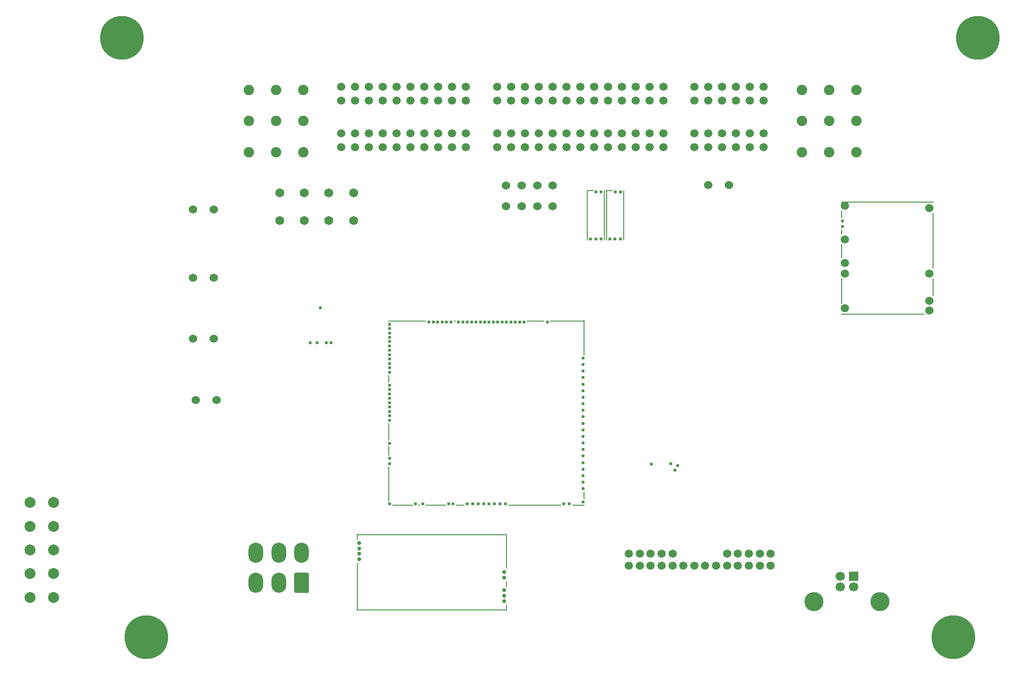
<source format=gbl>
G04 #@! TF.GenerationSoftware,KiCad,Pcbnew,8.0.9-8.0.9-0~ubuntu24.04.1*
G04 #@! TF.CreationDate,2025-02-20T16:15:39+00:00*
G04 #@! TF.ProjectId,hellenbms46,68656c6c-656e-4626-9d73-34362e6b6963,rev?*
G04 #@! TF.SameCoordinates,PX4c4b400PY96ae380*
G04 #@! TF.FileFunction,Copper,L4,Bot*
G04 #@! TF.FilePolarity,Positive*
%FSLAX46Y46*%
G04 Gerber Fmt 4.6, Leading zero omitted, Abs format (unit mm)*
G04 Created by KiCad (PCBNEW 8.0.9-8.0.9-0~ubuntu24.04.1) date 2025-02-20 16:15:39*
%MOMM*%
%LPD*%
G01*
G04 APERTURE LIST*
G04 #@! TA.AperFunction,ComponentPad*
%ADD10C,8.000000*%
G04 #@! TD*
G04 #@! TA.AperFunction,ComponentPad*
%ADD11C,1.650000*%
G04 #@! TD*
G04 #@! TA.AperFunction,ComponentPad*
%ADD12C,2.000000*%
G04 #@! TD*
G04 #@! TA.AperFunction,ComponentPad*
%ADD13C,1.524000*%
G04 #@! TD*
G04 #@! TA.AperFunction,ComponentPad*
%ADD14C,1.500000*%
G04 #@! TD*
G04 #@! TA.AperFunction,ComponentPad*
%ADD15C,0.700000*%
G04 #@! TD*
G04 #@! TA.AperFunction,SMDPad,CuDef*
%ADD16R,0.250000X1.100000*%
G04 #@! TD*
G04 #@! TA.AperFunction,SMDPad,CuDef*
%ADD17R,0.250000X0.980000*%
G04 #@! TD*
G04 #@! TA.AperFunction,SMDPad,CuDef*
%ADD18R,0.250000X6.300000*%
G04 #@! TD*
G04 #@! TA.AperFunction,SMDPad,CuDef*
%ADD19R,27.600000X0.250000*%
G04 #@! TD*
G04 #@! TA.AperFunction,SMDPad,CuDef*
%ADD20R,0.250000X8.750000*%
G04 #@! TD*
G04 #@! TA.AperFunction,SMDPad,CuDef*
%ADD21R,0.250000X0.950000*%
G04 #@! TD*
G04 #@! TA.AperFunction,ComponentPad*
%ADD22C,0.600000*%
G04 #@! TD*
G04 #@! TA.AperFunction,SMDPad,CuDef*
%ADD23O,1.225000X0.200000*%
G04 #@! TD*
G04 #@! TA.AperFunction,SMDPad,CuDef*
%ADD24O,0.200000X9.300000*%
G04 #@! TD*
G04 #@! TA.AperFunction,SMDPad,CuDef*
%ADD25O,0.200000X3.300000*%
G04 #@! TD*
G04 #@! TA.AperFunction,SMDPad,CuDef*
%ADD26O,0.200000X10.200000*%
G04 #@! TD*
G04 #@! TA.AperFunction,SMDPad,CuDef*
%ADD27O,0.200000X0.300000*%
G04 #@! TD*
G04 #@! TA.AperFunction,SMDPad,CuDef*
%ADD28O,17.000000X0.200000*%
G04 #@! TD*
G04 #@! TA.AperFunction,SMDPad,CuDef*
%ADD29O,15.400000X0.200000*%
G04 #@! TD*
G04 #@! TA.AperFunction,SMDPad,CuDef*
%ADD30O,0.200000X4.800000*%
G04 #@! TD*
G04 #@! TA.AperFunction,SMDPad,CuDef*
%ADD31O,0.200000X2.600000*%
G04 #@! TD*
G04 #@! TA.AperFunction,SMDPad,CuDef*
%ADD32O,0.200000X1.000000*%
G04 #@! TD*
G04 #@! TA.AperFunction,SMDPad,CuDef*
%ADD33O,0.200000X1.500000*%
G04 #@! TD*
G04 #@! TA.AperFunction,SMDPad,CuDef*
%ADD34R,3.700000X0.200000*%
G04 #@! TD*
G04 #@! TA.AperFunction,SMDPad,CuDef*
%ADD35R,0.400000X0.200000*%
G04 #@! TD*
G04 #@! TA.AperFunction,SMDPad,CuDef*
%ADD36R,1.600000X0.200000*%
G04 #@! TD*
G04 #@! TA.AperFunction,SMDPad,CuDef*
%ADD37R,9.700000X0.200000*%
G04 #@! TD*
G04 #@! TA.AperFunction,SMDPad,CuDef*
%ADD38R,2.300000X0.200000*%
G04 #@! TD*
G04 #@! TA.AperFunction,SMDPad,CuDef*
%ADD39R,0.200000X1.400000*%
G04 #@! TD*
G04 #@! TA.AperFunction,SMDPad,CuDef*
%ADD40R,0.200000X6.400000*%
G04 #@! TD*
G04 #@! TA.AperFunction,SMDPad,CuDef*
%ADD41R,0.200000X1.700000*%
G04 #@! TD*
G04 #@! TA.AperFunction,SMDPad,CuDef*
%ADD42R,0.200000X3.300000*%
G04 #@! TD*
G04 #@! TA.AperFunction,SMDPad,CuDef*
%ADD43R,7.000000X0.200000*%
G04 #@! TD*
G04 #@! TA.AperFunction,SMDPad,CuDef*
%ADD44R,3.300000X0.200000*%
G04 #@! TD*
G04 #@! TA.AperFunction,SMDPad,CuDef*
%ADD45R,6.300000X0.200000*%
G04 #@! TD*
G04 #@! TA.AperFunction,ComponentPad*
%ADD46R,1.700000X1.700000*%
G04 #@! TD*
G04 #@! TA.AperFunction,ComponentPad*
%ADD47C,1.700000*%
G04 #@! TD*
G04 #@! TA.AperFunction,ComponentPad*
%ADD48C,3.500000*%
G04 #@! TD*
G04 #@! TA.AperFunction,ComponentPad*
%ADD49O,2.700000X3.700000*%
G04 #@! TD*
G04 #@! TA.AperFunction,ComponentPad*
%ADD50C,0.599999*%
G04 #@! TD*
G04 #@! TA.AperFunction,ComponentPad*
%ADD51C,1.900000*%
G04 #@! TD*
G04 APERTURE END LIST*
D10*
G04 #@! TO.P,REF\u002A\u002A,1*
G04 #@! TO.N,N/C*
X3500000Y114000000D03*
G04 #@! TD*
D11*
G04 #@! TO.P,F2002,1,1*
G04 #@! TO.N,/conn/IGN_OUT1*
X32500000Y80460000D03*
G04 #@! TO.P,F2002,2,2*
G04 #@! TO.N,Net-(P2001E-Pin_506)*
X32500000Y85540000D03*
G04 #@! TD*
D12*
G04 #@! TO.P,TP3008,1,1*
G04 #@! TO.N,Net-(M3002-USBID_(PA10))*
X-9000000Y11300000D03*
G04 #@! TD*
D13*
G04 #@! TO.P,JP4001,1,1*
G04 #@! TO.N,/conn/IGN_OUT1*
X16595000Y82500000D03*
G04 #@! TO.P,JP4001,2,2*
G04 #@! TO.N,Net-(F4001-Pad1)*
X20405000Y82500000D03*
G04 #@! TD*
G04 #@! TO.P,JP4004,1,1*
G04 #@! TO.N,/conn/IGN_OUT4*
X17045001Y47483000D03*
G04 #@! TO.P,JP4004,2,2*
G04 #@! TO.N,Net-(F4004-Pad1)*
X20855001Y47483000D03*
G04 #@! TD*
D10*
G04 #@! TO.P,REF\u002A\u002A,1*
G04 #@! TO.N,N/C*
X8000000Y4000000D03*
G04 #@! TD*
D12*
G04 #@! TO.P,TP3001,1,1*
G04 #@! TO.N,Net-(M3002-V33_REF)*
X-13350000Y11300000D03*
G04 #@! TD*
D13*
G04 #@! TO.P,JP2002,1,1*
G04 #@! TO.N,/conn/OUTLS.MREL*
X114905000Y87000000D03*
G04 #@! TO.P,JP2002,2,2*
G04 #@! TO.N,/conn/ECU_MAINREL*
X111095000Y87000000D03*
G04 #@! TD*
D14*
G04 #@! TO.P,J2001,1,Pin_1*
G04 #@! TO.N,/rusefi/USB.DP*
X96500000Y19295200D03*
G04 #@! TO.P,J2001,2,Pin_2*
G04 #@! TO.N,/rusefi/USB.DM*
X98500000Y19295200D03*
G04 #@! TO.P,J2001,3,Pin_3*
G04 #@! TO.N,/rusefi/CAN1L*
X100500000Y19295200D03*
G04 #@! TO.P,J2001,4,Pin_4*
G04 #@! TO.N,/rusefi/CAN1H*
X102500000Y19295200D03*
G04 #@! TO.P,J2001,5,Pin_5*
G04 #@! TO.N,/rusefi/KnockAmps/KNOCK_HP1*
X104500000Y19295200D03*
G04 #@! TO.P,J2001,6,Pin_6*
G04 #@! TO.N,+12V_RAW*
X114500000Y19295200D03*
G04 #@! TO.P,J2001,7,Pin_7*
G04 #@! TO.N,GND*
X116500000Y19295200D03*
G04 #@! TO.P,J2001,8,Pin_8*
G04 #@! TO.N,unconnected-(J2001-Pin_8-Pad8)*
X118500000Y19295200D03*
G04 #@! TO.P,J2001,9,Pin_9*
G04 #@! TO.N,unconnected-(J2001-Pin_9-Pad9)*
X120500000Y19295200D03*
G04 #@! TO.P,J2001,10,Pin_10*
G04 #@! TO.N,unconnected-(J2001-Pin_10-Pad10)*
X122500000Y19295200D03*
G04 #@! TO.P,J2001,11,Pin_11*
G04 #@! TO.N,/rusefi/USB.VBUS*
X96500000Y17095200D03*
G04 #@! TO.P,J2001,12,Pin_12*
G04 #@! TO.N,GND*
X98500000Y17095200D03*
G04 #@! TO.P,J2001,13,Pin_13*
G04 #@! TO.N,/rusefi/CAN2L*
X100500000Y17095200D03*
G04 #@! TO.P,J2001,14,Pin_14*
G04 #@! TO.N,/rusefi/CAN2H*
X102500000Y17095200D03*
G04 #@! TO.P,J2001,15,Pin_15*
G04 #@! TO.N,/rusefi/KnockAmps/KNOCK_HP2*
X104500000Y17095200D03*
G04 #@! TO.P,J2001,16,Pin_16*
G04 #@! TO.N,GND*
X106500000Y17095200D03*
G04 #@! TO.P,J2001,17,Pin_17*
X108500000Y17095200D03*
G04 #@! TO.P,J2001,18,Pin_18*
G04 #@! TO.N,/rusefi/AIN.MAP*
X110500000Y17095200D03*
G04 #@! TO.P,J2001,19,Pin_19*
G04 #@! TO.N,+5VA*
X112500000Y17095200D03*
G04 #@! TO.P,J2001,20,Pin_20*
X114500000Y17095200D03*
G04 #@! TO.P,J2001,21,Pin_21*
G04 #@! TO.N,GND*
X116500000Y17095200D03*
G04 #@! TO.P,J2001,22,Pin_22*
G04 #@! TO.N,unconnected-(J2001-Pin_22-Pad22)*
X118500000Y17095200D03*
G04 #@! TO.P,J2001,23,Pin_23*
G04 #@! TO.N,unconnected-(J2001-Pin_23-Pad23)*
X120500000Y17095200D03*
G04 #@! TO.P,J2001,24,Pin_24*
G04 #@! TO.N,unconnected-(J2001-Pin_24-Pad24)*
X122500000Y17095200D03*
G04 #@! TD*
D15*
G04 #@! TO.P,M3003,E1,LSU_Un*
G04 #@! TO.N,/rusefi/LSU.Un*
X47075000Y21275000D03*
G04 #@! TO.P,M3003,E2,LSU_Vm*
G04 #@! TO.N,/rusefi/LSU.Vm*
X47075000Y18275000D03*
G04 #@! TO.P,M3003,E3,LSU_Ip*
G04 #@! TO.N,/rusefi/LSU.Ip*
X47075000Y19275000D03*
G04 #@! TO.P,M3003,E4,LSU_Rtrim*
G04 #@! TO.N,/rusefi/LSU.Rtrim*
X47075000Y20275000D03*
D16*
G04 #@! TO.P,M3003,G,GND*
G04 #@! TO.N,unconnected-(M3003-GND-PadG)*
X74050000Y9425000D03*
D17*
X74050000Y13765000D03*
D18*
X74050000Y19725000D03*
D19*
X60375000Y9000000D03*
X60375000Y22750000D03*
D20*
X46700000Y13250000D03*
D21*
X46700000Y22400000D03*
D15*
G04 #@! TO.P,M3003,W1,V5_IN*
G04 #@! TO.N,+5VA*
X73666200Y11625000D03*
G04 #@! TO.P,M3003,W2,CAN_VIO*
G04 #@! TO.N,unconnected-(M3003-CAN_VIO-PadW2)*
X73666200Y12625000D03*
G04 #@! TO.P,M3003,W3,CANL*
G04 #@! TO.N,/rusefi/CAN1L*
X73666200Y15921000D03*
G04 #@! TO.P,M3003,W4,CANH*
G04 #@! TO.N,/rusefi/CAN1H*
X73666200Y14905000D03*
G04 #@! TO.P,M3003,W9,VDDA*
G04 #@! TO.N,unconnected-(M3003-VDDA-PadW9)*
X73666200Y10625000D03*
G04 #@! TD*
D12*
G04 #@! TO.P,TP3003,1,1*
G04 #@! TO.N,Net-(M3002-IN_MAP2_(PC1))*
X-13350000Y24350000D03*
G04 #@! TD*
D13*
G04 #@! TO.P,JP4002,1,1*
G04 #@! TO.N,/conn/IGN_OUT2*
X16545001Y69979000D03*
G04 #@! TO.P,JP4002,2,2*
G04 #@! TO.N,Net-(F4002-Pad1)*
X20355001Y69979000D03*
G04 #@! TD*
D22*
G04 #@! TO.P,M6002,E1,V5A*
G04 #@! TO.N,+5VA*
X94931797Y77030400D03*
D23*
G04 #@! TO.P,M6002,E2,GND*
G04 #@! TO.N,GND*
X92956797Y85930400D03*
D24*
X95531797Y81380400D03*
X92431797Y81380400D03*
D22*
X93981797Y77030400D03*
G04 #@! TO.P,M6002,E3,OUT_KNOCK*
G04 #@! TO.N,/rusefi/KnockAmps/KNOCK_OUT2*
X93031799Y77030400D03*
G04 #@! TO.P,M6002,W1,IN_KNOCK*
G04 #@! TO.N,/conn/KNOCK2*
X94031797Y85730400D03*
G04 #@! TO.P,M6002,W2,VREF*
G04 #@! TO.N,/rusefi/KnockAmps/VREF*
X94931797Y85730400D03*
G04 #@! TD*
D11*
G04 #@! TO.P,F2003,1,1*
G04 #@! TO.N,/conn/IGN_OUT3*
X41500000Y80460000D03*
G04 #@! TO.P,F2003,2,2*
G04 #@! TO.N,Net-(P2001E-Pin_508)*
X41500000Y85540000D03*
G04 #@! TD*
D13*
G04 #@! TO.P,JP2008,1,1*
G04 #@! TO.N,/conn/INJ_OUT2*
X76850782Y83095000D03*
G04 #@! TO.P,JP2008,2,2*
G04 #@! TO.N,Net-(P2001C-Pin_350)*
X76850782Y86905000D03*
G04 #@! TD*
D12*
G04 #@! TO.P,TP3009,1,1*
G04 #@! TO.N,Net-(M3002-nReset)*
X-9000000Y20000000D03*
G04 #@! TD*
D14*
G04 #@! TO.P,M3001,E1,VBAT*
G04 #@! TO.N,Net-(D3001-K)*
X136153005Y64347001D03*
G04 #@! TO.P,M3001,E2,V12*
G04 #@! TO.N,unconnected-(M3001-V12-PadE2)*
X136153005Y70746998D03*
G04 #@! TO.P,M3001,E3,VIGN*
G04 #@! TO.N,Net-(M3001-VIGN)*
X136153005Y72647001D03*
G04 #@! TO.P,M3001,E4,V5*
G04 #@! TO.N,+5V*
X136153005Y76947001D03*
D22*
G04 #@! TO.P,M3001,E5,EN_5VP*
G04 #@! TO.N,/rusefi/PWR_EN*
X135703006Y79346998D03*
G04 #@! TO.P,M3001,E6,PG_5VP*
G04 #@! TO.N,Net-(JP3001-A)*
X135703006Y80346999D03*
D25*
G04 #@! TO.P,M3001,S1,GND*
G04 #@! TO.N,unconnected-(M3001-GND-PadS1)*
X152303001Y68197001D03*
D26*
X152303001Y76696999D03*
D27*
X152303001Y83797001D03*
D28*
X143903003Y83847001D03*
D29*
X143103002Y63247001D03*
D14*
X136153005Y83197001D03*
D27*
X135503004Y63297001D03*
D30*
X135503004Y67496999D03*
D31*
X135503004Y74847001D03*
D32*
X135503004Y78346998D03*
D33*
X135503004Y81646999D03*
D14*
G04 #@! TO.P,M3001,V1,V12_PERM*
G04 #@! TO.N,+12V_PERM*
X151653002Y63896999D03*
G04 #@! TO.P,M3001,V2,IN_VIGN*
G04 #@! TO.N,+12V_FROM_KEY*
X151653002Y65746998D03*
G04 #@! TO.P,M3001,V3,V12_RAW*
G04 #@! TO.N,+12V_RAW*
X151653002Y70697001D03*
G04 #@! TO.P,M3001,V4,5VP*
G04 #@! TO.N,+5VP*
X151653002Y82746999D03*
G04 #@! TD*
D22*
G04 #@! TO.P,M3002,E1,V5A_SWITCHABLE*
G04 #@! TO.N,+5VA*
X81575005Y61824995D03*
G04 #@! TO.P,M3002,E2,GNDA*
G04 #@! TO.N,GND*
X77275005Y61825005D03*
G04 #@! TO.P,M3002,E3,I2C_SCL_(PB10)*
G04 #@! TO.N,unconnected-(M3002-I2C_SCL_(PB10)-PadE3)*
X76475015Y61825005D03*
G04 #@! TO.P,M3002,E4,I2C_SDA_(PB11)*
G04 #@! TO.N,unconnected-(M3002-I2C_SDA_(PB11)-PadE4)*
X75675005Y61825005D03*
G04 #@! TO.P,M3002,E5,IN_VIGN_(PA5)*
G04 #@! TO.N,Net-(M3001-VIGN)*
X74875005Y61825005D03*
G04 #@! TO.P,M3002,E6,SPI2_CS_/_CAN2_RX_(PB12)*
G04 #@! TO.N,Net-(M3002-SPI2_CS_{slash}_CAN2_RX_(PB12))*
X74075005Y61825005D03*
G04 #@! TO.P,M3002,E7,SPI2_SCK_/_CAN2_TX_(PB13)*
G04 #@! TO.N,Net-(M3002-SPI2_SCK_{slash}_CAN2_TX_(PB13))*
X73275005Y61825005D03*
G04 #@! TO.P,M3002,E8,SPI2_MISO_(PB14)*
G04 #@! TO.N,unconnected-(M3002-SPI2_MISO_(PB14)-PadE8)*
X72475005Y61825005D03*
G04 #@! TO.P,M3002,E9,SPI2_MOSI_(PB15)*
G04 #@! TO.N,unconnected-(M3002-SPI2_MOSI_(PB15)-PadE9)*
X71675005Y61825005D03*
G04 #@! TO.P,M3002,E10,OUT_INJ8_(PD12)*
G04 #@! TO.N,/rusefi/OUT LS1/IN4*
X70875005Y61825005D03*
G04 #@! TO.P,M3002,E11,OUT_INJ7_(PD15)*
G04 #@! TO.N,/rusefi/OUT LS1/IN3*
X70075005Y61825005D03*
G04 #@! TO.P,M3002,E12,OUT_INJ6_(PA8)*
G04 #@! TO.N,/rusefi/OUT LS1/IN2*
X69275005Y61825005D03*
G04 #@! TO.P,M3002,E13,OUT_INJ5_(PD2)*
G04 #@! TO.N,/rusefi/OUT LS1/IN1*
X68475005Y61825005D03*
G04 #@! TO.P,M3002,E14,OUT_INJ4_(PD10)*
G04 #@! TO.N,/rusefi/INJ4*
X67675005Y61825005D03*
G04 #@! TO.P,M3002,E15,OUT_INJ3_(PD11)*
G04 #@! TO.N,/rusefi/INJ3*
X66875005Y61825005D03*
G04 #@! TO.P,M3002,E16,OUT_INJ2_(PA9)*
G04 #@! TO.N,/rusefi/INJ2*
X66075015Y61824995D03*
G04 #@! TO.P,M3002,E17,OUT_INJ1_(PD3)*
G04 #@! TO.N,/rusefi/INJ1*
X65275005Y61825005D03*
G04 #@! TO.P,M3002,E18,OUT_PWM1_(PD13)*
G04 #@! TO.N,/rusefi/OUT PP/IN1*
X63875005Y61825005D03*
G04 #@! TO.P,M3002,E19,OUT_PWM2_(PC6)*
G04 #@! TO.N,/rusefi/OUT PP/IN2*
X63075015Y61825005D03*
G04 #@! TO.P,M3002,E20,OUT_PWM3_(PC7)*
G04 #@! TO.N,/rusefi/OUT PP1/IN1*
X62275015Y61825005D03*
G04 #@! TO.P,M3002,E21,OUT_PWM4_(PC8)*
G04 #@! TO.N,/rusefi/OUT PP1/IN2*
X61475015Y61825005D03*
G04 #@! TO.P,M3002,E22,OUT_PWM5_(PC9)*
G04 #@! TO.N,/rusefi/NBO2H/IN*
X60675015Y61825005D03*
G04 #@! TO.P,M3002,E23,OUT_PWM6_(PD14)*
G04 #@! TO.N,Net-(M3002-OUT_PWM6_(PD14))*
X59875005Y61825005D03*
D34*
G04 #@! TO.P,M3002,G,GND*
G04 #@! TO.N,GND*
X55025015Y28224995D03*
D35*
X58075005Y28224995D03*
D34*
X61125015Y28224995D03*
D36*
X65575005Y28224995D03*
D37*
X79225005Y28224995D03*
D38*
X87225005Y28224995D03*
D39*
X88275015Y30025005D03*
D40*
X52475015Y32124995D03*
D41*
X52475015Y38174995D03*
D42*
X52475015Y41674995D03*
D39*
X52475015Y51424995D03*
D40*
X88275015Y58924995D03*
D43*
X55874995Y62025005D03*
D35*
X64575015Y62025005D03*
D44*
X79425015Y62025005D03*
D45*
X85225015Y62025005D03*
D22*
G04 #@! TO.P,M3002,N1,VBUS*
G04 #@! TO.N,/rusefi/USB.VBUS*
X52675005Y61425005D03*
G04 #@! TO.P,M3002,N2,USBM_(PA11)*
G04 #@! TO.N,/rusefi/USB.DM*
X52675005Y60625005D03*
G04 #@! TO.P,M3002,N3,USBP_(PA12)*
G04 #@! TO.N,/rusefi/USB.DP*
X52675005Y59825005D03*
G04 #@! TO.P,M3002,N4,USBID_(PA10)*
G04 #@! TO.N,Net-(M3002-USBID_(PA10))*
X52675005Y59024995D03*
G04 #@! TO.P,M3002,N5,SWDIO_(PA13)*
G04 #@! TO.N,unconnected-(M3002-SWDIO_(PA13)-PadN5)*
X52675005Y58225005D03*
G04 #@! TO.P,M3002,N6,SWCLK_(PA14)*
G04 #@! TO.N,unconnected-(M3002-SWCLK_(PA14)-PadN6)*
X52675005Y57425005D03*
G04 #@! TO.P,M3002,N7,nReset*
G04 #@! TO.N,Net-(M3002-nReset)*
X52675005Y56625005D03*
G04 #@! TO.P,M3002,N8,SWO_(PB3)*
G04 #@! TO.N,unconnected-(M3002-SWO_(PB3)-PadN8)*
X52675005Y55824995D03*
G04 #@! TO.P,M3002,N9,SPI3_CS_(PA15)*
G04 #@! TO.N,unconnected-(M3002-SPI3_CS_(PA15)-PadN9)*
X52675015Y55025005D03*
G04 #@! TO.P,M3002,N10,SPI3_SCK_(PC10)*
G04 #@! TO.N,unconnected-(M3002-SPI3_SCK_(PC10)-PadN10)*
X52675015Y54225005D03*
G04 #@! TO.P,M3002,N11,SPI3_MISO_(PC11)*
G04 #@! TO.N,unconnected-(M3002-SPI3_MISO_(PC11)-PadN11)*
X52675015Y53425005D03*
G04 #@! TO.P,M3002,N12,SPI3_MOSI_(PC12)*
G04 #@! TO.N,/rusefi/PG_5VP*
X52675015Y52625005D03*
G04 #@! TO.P,M3002,N13,UART2_TX_(PD5)*
G04 #@! TO.N,Net-(M3002-UART2_TX_(PD5))*
X52675015Y50224995D03*
G04 #@! TO.P,M3002,N14,UART2_RX_(PD6)*
G04 #@! TO.N,Net-(M3002-UART2_RX_(PD6))*
X52675015Y49424995D03*
G04 #@! TO.P,M3002,N14a,LED_GREEN*
G04 #@! TO.N,unconnected-(M3002-LED_GREEN-PadN14a)*
X52675005Y48625005D03*
G04 #@! TO.P,M3002,N14b,LED_YELLOW*
G04 #@! TO.N,unconnected-(M3002-LED_YELLOW-PadN14b)*
X52675005Y47824995D03*
G04 #@! TO.P,M3002,N15,V33_SWITCHABLE*
G04 #@! TO.N,+3.3VA*
X52675005Y47024995D03*
G04 #@! TO.P,M3002,N16,BOOT0*
G04 #@! TO.N,Net-(M3002-BOOT0)*
X52675005Y46224995D03*
G04 #@! TO.P,M3002,N17,VBAT*
G04 #@! TO.N,Net-(D3001-K)*
X52675005Y45424995D03*
G04 #@! TO.P,M3002,N18,UART8_RX_(PE0)*
G04 #@! TO.N,unconnected-(M3002-UART8_RX_(PE0)-PadN18)*
X52675015Y44624995D03*
G04 #@! TO.P,M3002,N19,UART8_TX_(PE1)*
G04 #@! TO.N,unconnected-(M3002-UART8_TX_(PE1)-PadN19)*
X52675015Y43824995D03*
G04 #@! TO.P,M3002,N20,OUT_PWR_EN_(PE10)*
G04 #@! TO.N,/rusefi/PWR_EN*
X52675015Y39524995D03*
G04 #@! TO.P,M3002,N21,V33*
G04 #@! TO.N,+3.3V*
X52675015Y36824995D03*
G04 #@! TO.P,M3002,N22,VCC*
G04 #@! TO.N,+5V*
X52675015Y35825005D03*
G04 #@! TO.P,M3002,N23,V33*
G04 #@! TO.N,+3.3V*
X52675015Y28424995D03*
G04 #@! TO.P,M3002,S1,IN_D4_(PE15)*
G04 #@! TO.N,/rusefi/EXTIN2*
X88075015Y55225015D03*
G04 #@! TO.P,M3002,S2,IN_D3_(PE14)*
G04 #@! TO.N,/rusefi/EXTIN1*
X88075015Y54025005D03*
G04 #@! TO.P,M3002,S3,IN_D2_(PE13)*
G04 #@! TO.N,/rusefi/DIN.EWS*
X88075015Y52825005D03*
G04 #@! TO.P,M3002,S4,IN_D1_(PE12)*
G04 #@! TO.N,/rusefi/DIN.OPS*
X88075015Y51625005D03*
G04 #@! TO.P,M3002,S5,VREF2*
G04 #@! TO.N,Net-(M3002-VREF2)*
X88075015Y50425005D03*
G04 #@! TO.P,M3002,S6,IN_AUX4_(PC5)*
G04 #@! TO.N,Net-(M3002-IN_AUX4_(PC5))*
X88075015Y49225005D03*
G04 #@! TO.P,M3002,S7,IN_AUX3_(PA7)*
G04 #@! TO.N,/rusefi/KnockAmps/KNOCK_OUT2*
X88075015Y48025005D03*
G04 #@! TO.P,M3002,S8,IN_AUX2_(PC4/PE9)*
G04 #@! TO.N,/rusefi/AIN.TRAD*
X88075015Y46825005D03*
G04 #@! TO.P,M3002,S9,IN_AUX1_(PB0)*
G04 #@! TO.N,/rusefi/AIN.MAF*
X88075015Y45625005D03*
G04 #@! TO.P,M3002,S10,IN_O2S2_(PA1)*
G04 #@! TO.N,/rusefi/AIN.NBO2*
X88075015Y44425005D03*
G04 #@! TO.P,M3002,S11,IN_O2S_/_CAN_WAKEUP_(PA0)*
G04 #@! TO.N,Net-(M3002-IN_O2S_{slash}_CAN_WAKEUP_(PA0))*
X88075015Y43225005D03*
G04 #@! TO.P,M3002,S12,IN_MAP2_(PC1)*
G04 #@! TO.N,Net-(M3002-IN_MAP2_(PC1))*
X88075015Y42025005D03*
G04 #@! TO.P,M3002,S13,IN_MAP1_(PC0)*
G04 #@! TO.N,/rusefi/AIN.MAP*
X88075015Y40825005D03*
G04 #@! TO.P,M3002,S14,IN_CRANK_(PB1)*
G04 #@! TO.N,/rusefi/DIN.CPS*
X88075015Y39625005D03*
G04 #@! TO.P,M3002,S15,IN_KNOCK_(PA2)*
G04 #@! TO.N,/rusefi/KnockAmps/KNOCK_OUT1*
X88075015Y38425005D03*
G04 #@! TO.P,M3002,S16,IN_CAM_(PA6)*
G04 #@! TO.N,/rusefi/DIN.CMP*
X88075015Y37225005D03*
G04 #@! TO.P,M3002,S17,IN_VSS_(PE11)*
G04 #@! TO.N,/rusefi/DIN.RRWS*
X88075015Y36025005D03*
G04 #@! TO.P,M3002,S18,IN_TPS_(PA4)*
G04 #@! TO.N,/rusefi/AIN.TPS*
X88075015Y34824995D03*
G04 #@! TO.P,M3002,S19,IN_PPS_(PA3)*
G04 #@! TO.N,Net-(M3002-IN_PPS_(PA3))*
X88075015Y33624995D03*
G04 #@! TO.P,M3002,S20,IN_IAT_(PC3)*
G04 #@! TO.N,/rusefi/AIN.IAT*
X88075015Y32424995D03*
G04 #@! TO.P,M3002,S21,IN_CLT_(PC2)*
G04 #@! TO.N,/rusefi/AIN.CLT*
X88075015Y31224995D03*
G04 #@! TO.P,M3002,S22,VREF1*
G04 #@! TO.N,/rusefi/KnockAmps/VREF*
X88075015Y28824995D03*
G04 #@! TO.P,M3002,W1,GNDA*
G04 #@! TO.N,GND*
X85575005Y28424995D03*
G04 #@! TO.P,M3002,W2,V5A_SWITCHABLE*
G04 #@! TO.N,+5VA*
X84575005Y28424995D03*
G04 #@! TO.P,M3002,W3,IGN8_(PE6)*
G04 #@! TO.N,/rusefi/OUT LS/IN4*
X73875015Y28424995D03*
G04 #@! TO.P,M3002,W4,IGN7_(PB9)*
G04 #@! TO.N,/rusefi/OUT LS/IN3*
X72875005Y28424995D03*
G04 #@! TO.P,M3002,W5,IGN6_(PB8)*
G04 #@! TO.N,/rusefi/OUT LS/IN2*
X71875015Y28424995D03*
G04 #@! TO.P,M3002,W6,IGN5_(PE2)*
G04 #@! TO.N,/rusefi/OUT LS/IN1*
X70875015Y28424995D03*
G04 #@! TO.P,M3002,W7,IGN4_(PE3)*
G04 #@! TO.N,/rusefi/IGN4*
X69875015Y28424995D03*
G04 #@! TO.P,M3002,W8,IGN3_(PE4)*
G04 #@! TO.N,/rusefi/IGN3*
X68875015Y28424995D03*
G04 #@! TO.P,M3002,W9,IGN2_(PE5)*
G04 #@! TO.N,/rusefi/IGN2*
X67875015Y28424995D03*
G04 #@! TO.P,M3002,W10,IGN1_(PC13)*
G04 #@! TO.N,/rusefi/IGN1*
X66875015Y28424995D03*
G04 #@! TO.P,M3002,W11,CANH*
G04 #@! TO.N,/rusefi/CAN1H*
X64275015Y28424995D03*
G04 #@! TO.P,M3002,W12,CANL*
G04 #@! TO.N,/rusefi/CAN1L*
X63475015Y28424995D03*
G04 #@! TO.P,M3002,W13,V33_REF*
G04 #@! TO.N,Net-(M3002-V33_REF)*
X58775005Y28424995D03*
G04 #@! TO.P,M3002,W14,V5A_SWITCHABLE*
G04 #@! TO.N,+5VA*
X57375015Y28424995D03*
G04 #@! TD*
D46*
G04 #@! TO.P,J3001,1,VBUS*
G04 #@! TO.N,/rusefi/USB.VBUS*
X137750000Y15186800D03*
D47*
G04 #@! TO.P,J3001,2,D-*
G04 #@! TO.N,/rusefi/USB.DM*
X135250000Y15186800D03*
G04 #@! TO.P,J3001,3,D+*
G04 #@! TO.N,/rusefi/USB.DP*
X135250000Y13186800D03*
G04 #@! TO.P,J3001,4,GND*
G04 #@! TO.N,GND*
X137750000Y13186800D03*
D48*
G04 #@! TO.P,J3001,5,Shield*
X142520000Y10476800D03*
X130480000Y10476800D03*
G04 #@! TD*
D13*
G04 #@! TO.P,JP2009,1,1*
G04 #@! TO.N,/conn/INJ_OUT1*
X74000000Y83095000D03*
G04 #@! TO.P,JP2009,2,2*
G04 #@! TO.N,Net-(P2001C-Pin_351)*
X74000000Y86905000D03*
G04 #@! TD*
D22*
G04 #@! TO.P,M6001,E1,V5A*
G04 #@! TO.N,+5VA*
X91400000Y77025000D03*
D23*
G04 #@! TO.P,M6001,E2,GND*
G04 #@! TO.N,GND*
X89425000Y85925000D03*
D24*
X92000000Y81375000D03*
X88900000Y81375000D03*
D22*
X90450000Y77025000D03*
G04 #@! TO.P,M6001,E3,OUT_KNOCK*
G04 #@! TO.N,/rusefi/KnockAmps/KNOCK_OUT1*
X89500002Y77025000D03*
G04 #@! TO.P,M6001,W1,IN_KNOCK*
G04 #@! TO.N,/conn/KNOCK1*
X90500000Y85725000D03*
G04 #@! TO.P,M6001,W2,VREF*
G04 #@! TO.N,/rusefi/KnockAmps/VREF*
X91400000Y85725000D03*
G04 #@! TD*
D11*
G04 #@! TO.P,F2001,1,1*
G04 #@! TO.N,/conn/IGN_OUT2*
X46000000Y80460000D03*
G04 #@! TO.P,F2001,2,2*
G04 #@! TO.N,Net-(P2001E-Pin_504)*
X46000000Y85540000D03*
G04 #@! TD*
D10*
G04 #@! TO.P,REF\u002A\u002A,1*
G04 #@! TO.N,N/C*
X156000000Y4000000D03*
G04 #@! TD*
D13*
G04 #@! TO.P,JP2007,1,1*
G04 #@! TO.N,/conn/INJ_OUT3*
X79701564Y83095000D03*
G04 #@! TO.P,JP2007,2,2*
G04 #@! TO.N,Net-(P2001C-Pin_349)*
X79701564Y86905000D03*
G04 #@! TD*
G04 #@! TO.P,J2002,1,Pin_1*
G04 #@! TO.N,unconnected-(J2002-Pin_1-Pad1)*
G04 #@! TA.AperFunction,ComponentPad*
G36*
G01*
X37850000Y15554999D02*
X37850000Y12355001D01*
G75*
G02*
X37599999Y12105000I-250001J0D01*
G01*
X35400001Y12105000D01*
G75*
G02*
X35150000Y12355001I0J250001D01*
G01*
X35150000Y15554999D01*
G75*
G02*
X35400001Y15805000I250001J0D01*
G01*
X37599999Y15805000D01*
G75*
G02*
X37850000Y15554999I0J-250001D01*
G01*
G37*
G04 #@! TD.AperFunction*
D49*
G04 #@! TO.P,J2002,2,Pin_2*
G04 #@! TO.N,/rusefi/LSU.Rtrim*
X32300000Y13955000D03*
G04 #@! TO.P,J2002,3,Pin_3*
G04 #@! TO.N,/rusefi/LSU.H+*
X28100000Y13955000D03*
G04 #@! TO.P,J2002,4,Pin_4*
G04 #@! TO.N,/rusefi/LSU.Un*
X36500000Y19455000D03*
G04 #@! TO.P,J2002,5,Pin_5*
G04 #@! TO.N,/rusefi/LSU.Ip*
X32300000Y19455000D03*
G04 #@! TO.P,J2002,6,Pin_6*
G04 #@! TO.N,/rusefi/LSU.Vm*
X28100000Y19455000D03*
G04 #@! TD*
D12*
G04 #@! TO.P,TP3007,1,1*
G04 #@! TO.N,Net-(M3002-OUT_PWM6_(PD14))*
X-9000000Y28700000D03*
G04 #@! TD*
G04 #@! TO.P,TP3006,1,1*
G04 #@! TO.N,Net-(M3002-IN_PPS_(PA3))*
X-9000000Y24350000D03*
G04 #@! TD*
G04 #@! TO.P,TP3002,1,1*
G04 #@! TO.N,Net-(M3002-IN_O2S_{slash}_CAN_WAKEUP_(PA0))*
X-13350000Y28700000D03*
G04 #@! TD*
G04 #@! TO.P,TP3010,1,1*
G04 #@! TO.N,Net-(M3002-BOOT0)*
X-9000000Y15650000D03*
G04 #@! TD*
D11*
G04 #@! TO.P,F2004,1,1*
G04 #@! TO.N,/conn/IGN_OUT4*
X37000000Y80460000D03*
G04 #@! TO.P,F2004,2,2*
G04 #@! TO.N,Net-(P2001E-Pin_509)*
X37000000Y85540000D03*
G04 #@! TD*
D12*
G04 #@! TO.P,TP3005,1,1*
G04 #@! TO.N,Net-(M3002-VREF2)*
X-13350000Y15650000D03*
G04 #@! TD*
D10*
G04 #@! TO.P,REF\u002A\u002A,1*
G04 #@! TO.N,N/C*
X160500000Y114000000D03*
G04 #@! TD*
D50*
G04 #@! TO.P,M3005,V1,12V*
G04 #@! TO.N,unconnected-(M3005-12V-PadV1)*
X39905006Y64424999D03*
G04 #@! TO.P,M3005,V2,UART_RX*
G04 #@! TO.N,Net-(M3002-UART2_RX_(PD6))*
X38075013Y58000000D03*
G04 #@! TO.P,M3005,V3,5V*
G04 #@! TO.N,+5VA*
X39350011Y58000000D03*
G04 #@! TO.P,M3005,V4,LIN*
G04 #@! TO.N,/rusefi/LIN*
X41000000Y58000000D03*
G04 #@! TO.P,M3005,V5,UART_TX*
G04 #@! TO.N,Net-(M3002-UART2_TX_(PD5))*
X41900011Y58000000D03*
G04 #@! TD*
D12*
G04 #@! TO.P,TP3004,1,1*
G04 #@! TO.N,Net-(M3002-IN_AUX4_(PC5))*
X-13350000Y20000000D03*
G04 #@! TD*
D50*
G04 #@! TO.P,M3004,V1,V5*
G04 #@! TO.N,+5VA*
X105500001Y35524999D03*
G04 #@! TO.P,M3004,V2,CAN_VIO*
G04 #@! TO.N,unconnected-(M3004-CAN_VIO-PadV2)*
X104975001Y34649997D03*
G04 #@! TO.P,M3004,V5,CAN_TX*
G04 #@! TO.N,Net-(M3002-SPI2_SCK_{slash}_CAN2_TX_(PB13))*
X104225003Y35825001D03*
G04 #@! TO.P,M3004,V6,CAN_RX*
G04 #@! TO.N,Net-(M3002-SPI2_CS_{slash}_CAN2_RX_(PB12))*
X100675002Y35749998D03*
G04 #@! TD*
D51*
G04 #@! TO.P,P2001,101,Pin_101*
G04 #@! TO.N,unconnected-(P2001A-Pin_101-Pad101)*
X138231500Y104420000D03*
G04 #@! TO.P,P2001,102,Pin_102*
G04 #@! TO.N,unconnected-(P2001A-Pin_102-Pad102)*
X133236500Y104420000D03*
G04 #@! TO.P,P2001,103,Pin_103*
G04 #@! TO.N,unconnected-(P2001A-Pin_103-Pad103)*
X128240500Y104420000D03*
G04 #@! TO.P,P2001,104,Pin_104*
G04 #@! TO.N,GND*
X138231500Y98719000D03*
G04 #@! TO.P,P2001,105,Pin_105*
X133236500Y98719000D03*
G04 #@! TO.P,P2001,106,Pin_106*
X128240500Y98719000D03*
G04 #@! TO.P,P2001,107,Pin_107*
G04 #@! TO.N,+12V_PERM*
X138231500Y93019000D03*
G04 #@! TO.P,P2001,108,Pin_108*
G04 #@! TO.N,+12V_RAW*
X133236500Y93019000D03*
G04 #@! TO.P,P2001,109,Pin_109*
X128240500Y93019000D03*
D14*
G04 #@! TO.P,P2001,201,Pin_201*
G04 #@! TO.N,unconnected-(P2001B-Pin_201-Pad201)*
X121233500Y105012000D03*
G04 #@! TO.P,P2001,202,Pin_202*
G04 #@! TO.N,unconnected-(P2001B-Pin_202-Pad202)*
X118693500Y105012000D03*
G04 #@! TO.P,P2001,203,Pin_203*
G04 #@! TO.N,/conn/ECU_CANL*
X116153500Y105012000D03*
G04 #@! TO.P,P2001,204,Pin_204*
G04 #@! TO.N,/conn/ECU_CANH*
X113613500Y105012000D03*
G04 #@! TO.P,P2001,205,Pin_205*
G04 #@! TO.N,unconnected-(P2001B-Pin_205-Pad205)*
X111072500Y105012000D03*
G04 #@! TO.P,P2001,206,Pin_206*
G04 #@! TO.N,/conn/ECU_LIN*
X108532500Y105012000D03*
G04 #@! TO.P,P2001,207,Pin_207*
G04 #@! TO.N,/conn/ECU_NBO2pre_H-*
X121233500Y102469000D03*
G04 #@! TO.P,P2001,208,Pin_208*
G04 #@! TO.N,/conn/ECU_NBO2post_H-*
X118693500Y102469000D03*
G04 #@! TO.P,P2001,209,Pin_209*
G04 #@! TO.N,/conn/ECU_NBO2pre_SIG-*
X116153500Y102469000D03*
G04 #@! TO.P,P2001,210,Pin_210*
G04 #@! TO.N,unconnected-(P2001B-Pin_210-Pad210)*
X113613500Y102469000D03*
G04 #@! TO.P,P2001,211,Pin_211*
G04 #@! TO.N,unconnected-(P2001B-Pin_211-Pad211)*
X111072500Y102469000D03*
G04 #@! TO.P,P2001,212,Pin_212*
G04 #@! TO.N,unconnected-(P2001B-Pin_212-Pad212)*
X108532500Y102469000D03*
G04 #@! TO.P,P2001,213,Pin_213*
G04 #@! TO.N,unconnected-(P2001B-Pin_213-Pad213)*
X121233500Y96430000D03*
G04 #@! TO.P,P2001,214,Pin_214*
G04 #@! TO.N,/conn/ECU_NBO2post_SIG-*
X118693500Y96430000D03*
G04 #@! TO.P,P2001,215,Pin_215*
G04 #@! TO.N,unconnected-(P2001B-Pin_215-Pad215)*
X116153500Y96430000D03*
G04 #@! TO.P,P2001,216,Pin_216*
G04 #@! TO.N,/conn/ECU_NBO2post_SIG+*
X113613500Y96430000D03*
G04 #@! TO.P,P2001,217,Pin_217*
G04 #@! TO.N,unconnected-(P2001B-Pin_217-Pad217)*
X111072500Y96430000D03*
G04 #@! TO.P,P2001,218,Pin_218*
G04 #@! TO.N,/conn/ECU_NBO2pre_SIG+*
X108532500Y96430000D03*
G04 #@! TO.P,P2001,219,Pin_219*
G04 #@! TO.N,unconnected-(P2001B-Pin_219-Pad219)*
X121233500Y93867000D03*
G04 #@! TO.P,P2001,220,Pin_220*
G04 #@! TO.N,unconnected-(P2001B-Pin_220-Pad220)*
X118693500Y93867000D03*
G04 #@! TO.P,P2001,221,Pin_221*
G04 #@! TO.N,unconnected-(P2001B-Pin_221-Pad221)*
X116153500Y93867000D03*
G04 #@! TO.P,P2001,222,Pin_222*
G04 #@! TO.N,/conn/ECU_NBO2post_H+*
X113613500Y93867000D03*
G04 #@! TO.P,P2001,223,Pin_223*
G04 #@! TO.N,/conn/ECU_MAINREL*
X111072500Y93867000D03*
G04 #@! TO.P,P2001,224,Pin_224*
G04 #@! TO.N,+12V_RAW*
X108532500Y93867000D03*
G04 #@! TO.P,P2001,301,Pin_301*
X102838500Y105012000D03*
G04 #@! TO.P,P2001,302,Pin_302*
X100298500Y105012000D03*
G04 #@! TO.P,P2001,303,Pin_303*
X97758500Y105012000D03*
G04 #@! TO.P,P2001,304,Pin_304*
X95218500Y105012000D03*
G04 #@! TO.P,P2001,305,Pin_305*
X92677500Y105012000D03*
G04 #@! TO.P,P2001,306,Pin_306*
X90137500Y105012000D03*
G04 #@! TO.P,P2001,307,Pin_307*
G04 #@! TO.N,/conn/OUTLS.SLV*
X87597500Y105012000D03*
G04 #@! TO.P,P2001,308,Pin_308*
G04 #@! TO.N,GND*
X85057500Y105012000D03*
G04 #@! TO.P,P2001,309,Pin_309*
G04 #@! TO.N,/conn/OUTLS.THERMO*
X82516500Y105012000D03*
G04 #@! TO.P,P2001,310,Pin_310*
G04 #@! TO.N,GND*
X79976500Y105012000D03*
G04 #@! TO.P,P2001,311,Pin_311*
G04 #@! TO.N,unconnected-(P2001C-Pin_311-Pad311)*
X77436500Y105012000D03*
G04 #@! TO.P,P2001,312,Pin_312*
G04 #@! TO.N,/conn/CRANK_FB*
X74896500Y105012000D03*
G04 #@! TO.P,P2001,313,Pin_313*
G04 #@! TO.N,/conn/CHARGE*
X72356500Y105012000D03*
G04 #@! TO.P,P2001,314,Pin_314*
G04 #@! TO.N,+12V_RAW*
X102838500Y102469000D03*
G04 #@! TO.P,P2001,315,Pin_315*
X100298500Y102469000D03*
G04 #@! TO.P,P2001,316,Pin_316*
X97758500Y102469000D03*
G04 #@! TO.P,P2001,317,Pin_317*
G04 #@! TO.N,unconnected-(P2001C-Pin_317-Pad317)*
X95218500Y102469000D03*
G04 #@! TO.P,P2001,318,Pin_318*
G04 #@! TO.N,GND*
X92677500Y102469000D03*
G04 #@! TO.P,P2001,319,Pin_319*
X90137500Y102469000D03*
G04 #@! TO.P,P2001,320,Pin_320*
X87597500Y102469000D03*
G04 #@! TO.P,P2001,321,Pin_321*
G04 #@! TO.N,unconnected-(P2001C-Pin_321-Pad321)*
X85057500Y102469000D03*
G04 #@! TO.P,P2001,322,Pin_322*
G04 #@! TO.N,GND*
X82516500Y102469000D03*
G04 #@! TO.P,P2001,323,Pin_323*
X79976500Y102469000D03*
G04 #@! TO.P,P2001,324,Pin_324*
G04 #@! TO.N,unconnected-(P2001C-Pin_324-Pad324)*
X77436500Y102469000D03*
G04 #@! TO.P,P2001,325,Pin_325*
G04 #@! TO.N,unconnected-(P2001C-Pin_325-Pad325)*
X74896500Y102469000D03*
G04 #@! TO.P,P2001,326,Pin_326*
G04 #@! TO.N,/conn/OIL_P*
X72356500Y102469000D03*
G04 #@! TO.P,P2001,327,Pin_327*
G04 #@! TO.N,+5VA*
X102838500Y96430000D03*
G04 #@! TO.P,P2001,328,Pin_328*
G04 #@! TO.N,/rusefi/AIN.CLT*
X100298500Y96430000D03*
G04 #@! TO.P,P2001,329,Pin_329*
G04 #@! TO.N,/rusefi/AIN.IAT*
X97758500Y96430000D03*
G04 #@! TO.P,P2001,330,Pin_330*
G04 #@! TO.N,/rusefi/AIN.MAF*
X95218500Y96430000D03*
G04 #@! TO.P,P2001,331,Pin_331*
G04 #@! TO.N,/conn/KNOCK2*
X92677500Y96430000D03*
G04 #@! TO.P,P2001,332,Pin_332*
G04 #@! TO.N,/conn/KNOCK1*
X90137500Y96430000D03*
G04 #@! TO.P,P2001,333,Pin_333*
G04 #@! TO.N,/rusefi/AIN.TPS*
X87597500Y96430000D03*
G04 #@! TO.P,P2001,334,Pin_334*
G04 #@! TO.N,unconnected-(P2001C-Pin_334-Pad334)*
X85057500Y96430000D03*
G04 #@! TO.P,P2001,335,Pin_335*
G04 #@! TO.N,/rusefi/DIN.CPS*
X82516500Y96430000D03*
G04 #@! TO.P,P2001,336,Pin_336*
G04 #@! TO.N,GND*
X79976500Y96430000D03*
G04 #@! TO.P,P2001,337,Pin_337*
X77436500Y96430000D03*
G04 #@! TO.P,P2001,338,Pin_338*
G04 #@! TO.N,/rusefi/DIN.CMP*
X74896500Y96430000D03*
G04 #@! TO.P,P2001,339,Pin_339*
G04 #@! TO.N,/conn/F_OLN*
X72356500Y96430000D03*
G04 #@! TO.P,P2001,340,Pin_340*
G04 #@! TO.N,/conn/PP.IACVO*
X102838500Y93867000D03*
G04 #@! TO.P,P2001,341,Pin_341*
G04 #@! TO.N,/conn/PP.IACVC*
X100298500Y93867000D03*
G04 #@! TO.P,P2001,342,Pin_342*
G04 #@! TO.N,unconnected-(P2001C-Pin_342-Pad342)*
X97758500Y93867000D03*
G04 #@! TO.P,P2001,343,Pin_343*
G04 #@! TO.N,+12V_RAW*
X95218500Y93867000D03*
G04 #@! TO.P,P2001,344,Pin_344*
G04 #@! TO.N,/conn/OUTLS.FTVV*
X92677500Y93867000D03*
G04 #@! TO.P,P2001,345,Pin_345*
G04 #@! TO.N,/conn/OUTLS.DISA*
X90137500Y93867000D03*
G04 #@! TO.P,P2001,346,Pin_346*
G04 #@! TO.N,+5VA*
X87597500Y93867000D03*
G04 #@! TO.P,P2001,347,Pin_347*
G04 #@! TO.N,unconnected-(P2001C-Pin_347-Pad347)*
X85057500Y93867000D03*
G04 #@! TO.P,P2001,348,Pin_348*
G04 #@! TO.N,Net-(P2001C-Pin_348)*
X82516500Y93867000D03*
G04 #@! TO.P,P2001,349,Pin_349*
G04 #@! TO.N,Net-(P2001C-Pin_349)*
X79976500Y93867000D03*
G04 #@! TO.P,P2001,350,Pin_350*
G04 #@! TO.N,Net-(P2001C-Pin_350)*
X77436500Y93867000D03*
G04 #@! TO.P,P2001,351,Pin_351*
G04 #@! TO.N,Net-(P2001C-Pin_351)*
X74896500Y93867000D03*
G04 #@! TO.P,P2001,352,Pin_352*
G04 #@! TO.N,+12V_RAW*
X72356500Y93867000D03*
G04 #@! TO.P,P2001,401,Pin_401*
G04 #@! TO.N,/conn/CHARGE*
X66618500Y105012000D03*
G04 #@! TO.P,P2001,402,Pin_402*
G04 #@! TO.N,/conn/CRANK_FB*
X64078500Y105012000D03*
G04 #@! TO.P,P2001,403,Pin_403*
G04 #@! TO.N,/conn/OUTLS.SLP*
X61538500Y105012000D03*
G04 #@! TO.P,P2001,404,Pin_404*
G04 #@! TO.N,/conn/PP.FAN*
X58998500Y105012000D03*
G04 #@! TO.P,P2001,405,Pin_405*
G04 #@! TO.N,unconnected-(P2001D-Pin_405-Pad405)*
X56458500Y105012000D03*
G04 #@! TO.P,P2001,406,Pin_406*
G04 #@! TO.N,unconnected-(P2001D-Pin_406-Pad406)*
X53917500Y105012000D03*
G04 #@! TO.P,P2001,407,Pin_407*
G04 #@! TO.N,unconnected-(P2001D-Pin_407-Pad407)*
X51377500Y105012000D03*
G04 #@! TO.P,P2001,408,Pin_408*
G04 #@! TO.N,unconnected-(P2001D-Pin_408-Pad408)*
X48837500Y105012000D03*
G04 #@! TO.P,P2001,409,Pin_409*
G04 #@! TO.N,unconnected-(P2001D-Pin_409-Pad409)*
X46297500Y105012000D03*
G04 #@! TO.P,P2001,410,Pin_410*
G04 #@! TO.N,/conn/OUTLS.EKP*
X43756500Y105012000D03*
G04 #@! TO.P,P2001,411,Pin_411*
G04 #@! TO.N,/conn/OIL_P*
X66618500Y102469000D03*
G04 #@! TO.P,P2001,412,Pin_412*
G04 #@! TO.N,unconnected-(P2001D-Pin_412-Pad412)*
X64078500Y102469000D03*
G04 #@! TO.P,P2001,413,Pin_413*
G04 #@! TO.N,unconnected-(P2001D-Pin_413-Pad413)*
X61538500Y102469000D03*
G04 #@! TO.P,P2001,414,Pin_414*
G04 #@! TO.N,unconnected-(P2001D-Pin_414-Pad414)*
X58998500Y102469000D03*
G04 #@! TO.P,P2001,415,Pin_415*
G04 #@! TO.N,unconnected-(P2001D-Pin_415-Pad415)*
X56458500Y102469000D03*
G04 #@! TO.P,P2001,416,Pin_416*
G04 #@! TO.N,unconnected-(P2001D-Pin_416-Pad416)*
X53917500Y102469000D03*
G04 #@! TO.P,P2001,417,Pin_417*
G04 #@! TO.N,/conn/PP.FTD*
X51377500Y102469000D03*
G04 #@! TO.P,P2001,418,Pin_418*
G04 #@! TO.N,unconnected-(P2001D-Pin_418-Pad418)*
X48837500Y102469000D03*
G04 #@! TO.P,P2001,419,Pin_419*
G04 #@! TO.N,unconnected-(P2001D-Pin_419-Pad419)*
X46297500Y102469000D03*
G04 #@! TO.P,P2001,420,Pin_420*
G04 #@! TO.N,unconnected-(P2001D-Pin_420-Pad420)*
X43756500Y102469000D03*
G04 #@! TO.P,P2001,421,Pin_421*
G04 #@! TO.N,/conn/F_OLN*
X66618500Y96430000D03*
G04 #@! TO.P,P2001,422,Pin_422*
G04 #@! TO.N,/rusefi/DIN.RRWS*
X64078500Y96430000D03*
G04 #@! TO.P,P2001,423,Pin_423*
G04 #@! TO.N,unconnected-(P2001D-Pin_423-Pad423)*
X61538500Y96430000D03*
G04 #@! TO.P,P2001,424,Pin_424*
G04 #@! TO.N,unconnected-(P2001D-Pin_424-Pad424)*
X58998500Y96430000D03*
G04 #@! TO.P,P2001,425,Pin_425*
G04 #@! TO.N,unconnected-(P2001D-Pin_425-Pad425)*
X56458500Y96430000D03*
G04 #@! TO.P,P2001,426,Pin_426*
G04 #@! TO.N,+12V_FROM_KEY*
X53917500Y96430000D03*
G04 #@! TO.P,P2001,427,Pin_427*
G04 #@! TO.N,unconnected-(P2001D-Pin_427-Pad427)*
X51377500Y96430000D03*
G04 #@! TO.P,P2001,428,Pin_428*
G04 #@! TO.N,unconnected-(P2001D-Pin_428-Pad428)*
X48837500Y96430000D03*
G04 #@! TO.P,P2001,429,Pin_429*
G04 #@! TO.N,/conn/OUTLS.KOREL*
X46297500Y96430000D03*
G04 #@! TO.P,P2001,430,Pin_430*
G04 #@! TO.N,unconnected-(P2001D-Pin_430-Pad430)*
X43756500Y96430000D03*
G04 #@! TO.P,P2001,431,Pin_431*
G04 #@! TO.N,unconnected-(P2001D-Pin_431-Pad431)*
X66618500Y93867000D03*
G04 #@! TO.P,P2001,432,Pin_432*
G04 #@! TO.N,/conn/ECU_LIN*
X64078500Y93867000D03*
G04 #@! TO.P,P2001,433,Pin_433*
G04 #@! TO.N,/rusefi/DIN.EWS*
X61538500Y93867000D03*
G04 #@! TO.P,P2001,434,Pin_434*
G04 #@! TO.N,unconnected-(P2001D-Pin_434-Pad434)*
X58998500Y93867000D03*
G04 #@! TO.P,P2001,435,Pin_435*
G04 #@! TO.N,unconnected-(P2001D-Pin_435-Pad435)*
X56458500Y93867000D03*
G04 #@! TO.P,P2001,436,Pin_436*
G04 #@! TO.N,/conn/ECU_CANH*
X53917500Y93867000D03*
G04 #@! TO.P,P2001,437,Pin_437*
G04 #@! TO.N,/conn/ECU_CANL*
X51377500Y93867000D03*
G04 #@! TO.P,P2001,438,Pin_438*
G04 #@! TO.N,GND*
X48837500Y93867000D03*
G04 #@! TO.P,P2001,439,Pin_439*
G04 #@! TO.N,/rusefi/AIN.TRAD*
X46297500Y93867000D03*
G04 #@! TO.P,P2001,440,Pin_440*
G04 #@! TO.N,unconnected-(P2001D-Pin_440-Pad440)*
X43756500Y93867000D03*
D51*
G04 #@! TO.P,P2001,501,Pin_501*
G04 #@! TO.N,unconnected-(P2001E-Pin_501-Pad501)*
X36834500Y104420000D03*
G04 #@! TO.P,P2001,502,Pin_502*
G04 #@! TO.N,unconnected-(P2001E-Pin_502-Pad502)*
X31817500Y104420000D03*
G04 #@! TO.P,P2001,503,Pin_503*
G04 #@! TO.N,unconnected-(P2001E-Pin_503-Pad503)*
X26822500Y104420000D03*
G04 #@! TO.P,P2001,504,Pin_504*
G04 #@! TO.N,Net-(P2001E-Pin_504)*
X36834500Y98719000D03*
G04 #@! TO.P,P2001,505,Pin_505*
G04 #@! TO.N,unconnected-(P2001E-Pin_505-Pad505)*
X31817500Y98719000D03*
G04 #@! TO.P,P2001,506,Pin_506*
G04 #@! TO.N,Net-(P2001E-Pin_506)*
X26822500Y98719000D03*
G04 #@! TO.P,P2001,507,Pin_507*
G04 #@! TO.N,unconnected-(P2001E-Pin_507-Pad507)*
X36834500Y93019000D03*
G04 #@! TO.P,P2001,508,Pin_508*
G04 #@! TO.N,Net-(P2001E-Pin_508)*
X31817500Y93019000D03*
G04 #@! TO.P,P2001,509,Pin_509*
G04 #@! TO.N,Net-(P2001E-Pin_509)*
X26822500Y93019000D03*
G04 #@! TD*
D13*
G04 #@! TO.P,JP2006,1,1*
G04 #@! TO.N,/conn/INJ_OUT4*
X82552346Y83095000D03*
G04 #@! TO.P,JP2006,2,2*
G04 #@! TO.N,Net-(P2001C-Pin_348)*
X82552346Y86905000D03*
G04 #@! TD*
G04 #@! TO.P,JP4003,1,1*
G04 #@! TO.N,/conn/IGN_OUT3*
X16595000Y58759000D03*
G04 #@! TO.P,JP4003,2,2*
G04 #@! TO.N,Net-(F4003-Pad1)*
X20405000Y58759000D03*
G04 #@! TD*
M02*

</source>
